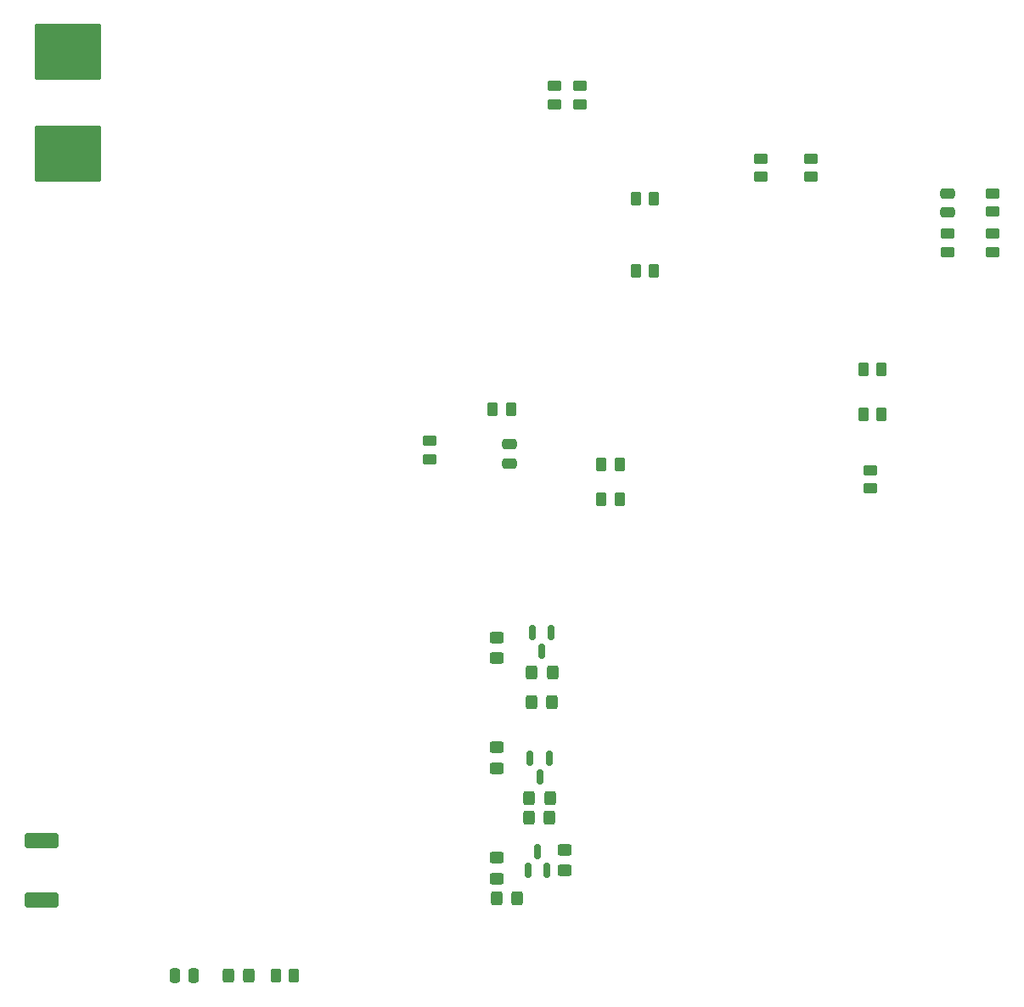
<source format=gtp>
G04 #@! TF.GenerationSoftware,KiCad,Pcbnew,8.0.6*
G04 #@! TF.CreationDate,2024-12-29T21:13:16+01:00*
G04 #@! TF.ProjectId,HomeAutomationESP32C2mini_2024_2,486f6d65-4175-4746-9f6d-6174696f6e45,rev?*
G04 #@! TF.SameCoordinates,Original*
G04 #@! TF.FileFunction,Paste,Top*
G04 #@! TF.FilePolarity,Positive*
%FSLAX46Y46*%
G04 Gerber Fmt 4.6, Leading zero omitted, Abs format (unit mm)*
G04 Created by KiCad (PCBNEW 8.0.6) date 2024-12-29 21:13:16*
%MOMM*%
%LPD*%
G01*
G04 APERTURE LIST*
G04 Aperture macros list*
%AMRoundRect*
0 Rectangle with rounded corners*
0 $1 Rounding radius*
0 $2 $3 $4 $5 $6 $7 $8 $9 X,Y pos of 4 corners*
0 Add a 4 corners polygon primitive as box body*
4,1,4,$2,$3,$4,$5,$6,$7,$8,$9,$2,$3,0*
0 Add four circle primitives for the rounded corners*
1,1,$1+$1,$2,$3*
1,1,$1+$1,$4,$5*
1,1,$1+$1,$6,$7*
1,1,$1+$1,$8,$9*
0 Add four rect primitives between the rounded corners*
20,1,$1+$1,$2,$3,$4,$5,0*
20,1,$1+$1,$4,$5,$6,$7,0*
20,1,$1+$1,$6,$7,$8,$9,0*
20,1,$1+$1,$8,$9,$2,$3,0*%
G04 Aperture macros list end*
%ADD10RoundRect,0.250000X3.090000X-2.550000X3.090000X2.550000X-3.090000X2.550000X-3.090000X-2.550000X0*%
%ADD11RoundRect,0.250000X0.450000X-0.262500X0.450000X0.262500X-0.450000X0.262500X-0.450000X-0.262500X0*%
%ADD12RoundRect,0.250000X0.262500X0.450000X-0.262500X0.450000X-0.262500X-0.450000X0.262500X-0.450000X0*%
%ADD13RoundRect,0.250000X0.475000X-0.250000X0.475000X0.250000X-0.475000X0.250000X-0.475000X-0.250000X0*%
%ADD14RoundRect,0.250000X-0.450000X0.262500X-0.450000X-0.262500X0.450000X-0.262500X0.450000X0.262500X0*%
%ADD15RoundRect,0.249999X1.425001X-0.512501X1.425001X0.512501X-1.425001X0.512501X-1.425001X-0.512501X0*%
%ADD16RoundRect,0.250000X-0.450000X0.325000X-0.450000X-0.325000X0.450000X-0.325000X0.450000X0.325000X0*%
%ADD17RoundRect,0.250000X-0.250000X-0.475000X0.250000X-0.475000X0.250000X0.475000X-0.250000X0.475000X0*%
%ADD18RoundRect,0.250000X-0.262500X-0.450000X0.262500X-0.450000X0.262500X0.450000X-0.262500X0.450000X0*%
%ADD19RoundRect,0.250000X-0.475000X0.250000X-0.475000X-0.250000X0.475000X-0.250000X0.475000X0.250000X0*%
%ADD20RoundRect,0.250000X-0.325000X-0.450000X0.325000X-0.450000X0.325000X0.450000X-0.325000X0.450000X0*%
%ADD21RoundRect,0.150000X0.150000X-0.587500X0.150000X0.587500X-0.150000X0.587500X-0.150000X-0.587500X0*%
%ADD22RoundRect,0.250000X0.325000X0.450000X-0.325000X0.450000X-0.325000X-0.450000X0.325000X-0.450000X0*%
%ADD23RoundRect,0.150000X-0.150000X0.587500X-0.150000X-0.587500X0.150000X-0.587500X0.150000X0.587500X0*%
%ADD24RoundRect,0.250000X0.450000X-0.325000X0.450000X0.325000X-0.450000X0.325000X-0.450000X-0.325000X0*%
G04 APERTURE END LIST*
D10*
X55000000Y-64000000D03*
X55000000Y-53900000D03*
D11*
X147190000Y-69825000D03*
X147190000Y-68000000D03*
D12*
X136102500Y-85500000D03*
X134277500Y-85500000D03*
X113412500Y-75750000D03*
X111587500Y-75750000D03*
D13*
X142690000Y-69900000D03*
X142690000Y-68000000D03*
D12*
X113412500Y-68500000D03*
X111587500Y-68500000D03*
D14*
X91000000Y-92675000D03*
X91000000Y-94500000D03*
D12*
X99150000Y-89500000D03*
X97325000Y-89500000D03*
D15*
X52300000Y-138487500D03*
X52300000Y-132512500D03*
D11*
X135000000Y-97390000D03*
X135000000Y-95565000D03*
D14*
X106000000Y-57250000D03*
X106000000Y-59075000D03*
D16*
X97750000Y-123250000D03*
X97750000Y-125300000D03*
D11*
X129040000Y-66325000D03*
X129040000Y-64500000D03*
D16*
X97750000Y-112250000D03*
X97750000Y-114300000D03*
D14*
X103500000Y-57250000D03*
X103500000Y-59075000D03*
X142690000Y-72000000D03*
X142690000Y-73825000D03*
D17*
X65600000Y-146000000D03*
X67500000Y-146000000D03*
D18*
X108175000Y-95000000D03*
X110000000Y-95000000D03*
D12*
X136102500Y-90000000D03*
X134277500Y-90000000D03*
D11*
X124040000Y-66325000D03*
X124040000Y-64500000D03*
D19*
X99000000Y-93000000D03*
X99000000Y-94900000D03*
D18*
X108175000Y-98500000D03*
X110000000Y-98500000D03*
D14*
X147190000Y-72000000D03*
X147190000Y-73825000D03*
D12*
X77500000Y-146000000D03*
X75675000Y-146000000D03*
D20*
X70950000Y-146000000D03*
X73000000Y-146000000D03*
D16*
X97750000Y-134250000D03*
X97750000Y-136300000D03*
D21*
X100850000Y-135500000D03*
X102750000Y-135500000D03*
X101800000Y-133625000D03*
D22*
X99750000Y-138250000D03*
X97700000Y-138250000D03*
X103250000Y-118750000D03*
X101200000Y-118750000D03*
X103275000Y-115750000D03*
X101225000Y-115750000D03*
X103000000Y-130250000D03*
X100950000Y-130250000D03*
D23*
X103150000Y-111750000D03*
X101250000Y-111750000D03*
X102200000Y-113625000D03*
D24*
X104500000Y-135500000D03*
X104500000Y-133450000D03*
D23*
X102950000Y-124312500D03*
X101050000Y-124312500D03*
X102000000Y-126187500D03*
D22*
X103025000Y-128250000D03*
X100975000Y-128250000D03*
M02*

</source>
